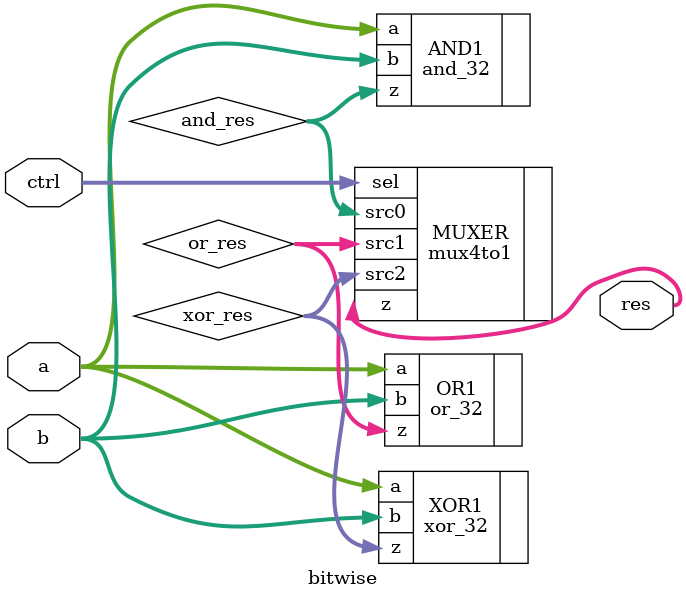
<source format=v>


`include "../gates/gates.v"


module bitwise(a, b, ctrl, res);
    
    // Interface
    input [31:0] a, b;
    input [1:0] ctrl;
    output [31:0] res;
    
    // Signals 
    wire [31:0] and_res, or_res, xor_res;
    
    // Perform all operations
    and_32 AND1(.a(a), .b(b), .z(and_res));
    or_32 OR1(.a(a), .b(b), .z(or_res));
    xor_32 XOR1(.a(a), .b(b), .z(xor_res));
    
    // Choose result
    mux4to1 #(32) MUXER(.src0(and_res), .src1(or_res), .src2(xor_res), .sel(ctrl), .z(res));
    
    endmodule
</source>
